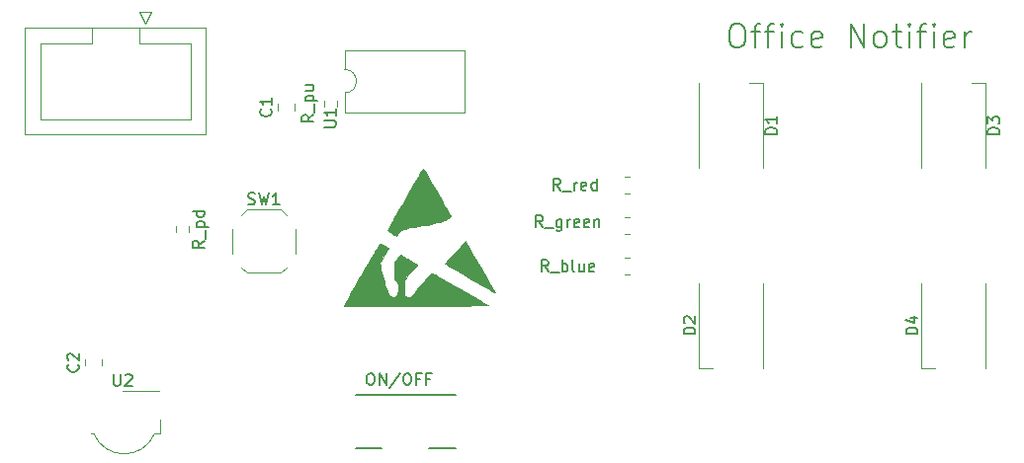
<source format=gbr>
%TF.GenerationSoftware,KiCad,Pcbnew,(5.1.7)-1*%
%TF.CreationDate,2020-11-19T15:51:39+01:00*%
%TF.ProjectId,Notifier,4e6f7469-6669-4657-922e-6b696361645f,rev?*%
%TF.SameCoordinates,Original*%
%TF.FileFunction,Legend,Top*%
%TF.FilePolarity,Positive*%
%FSLAX46Y46*%
G04 Gerber Fmt 4.6, Leading zero omitted, Abs format (unit mm)*
G04 Created by KiCad (PCBNEW (5.1.7)-1) date 2020-11-19 15:51:39*
%MOMM*%
%LPD*%
G01*
G04 APERTURE LIST*
%ADD10C,0.150000*%
%ADD11C,0.010000*%
%ADD12C,0.120000*%
G04 APERTURE END LIST*
D10*
X91155476Y-127809761D02*
X91536428Y-127809761D01*
X91726904Y-127905000D01*
X91917380Y-128095476D01*
X92012619Y-128476428D01*
X92012619Y-129143095D01*
X91917380Y-129524047D01*
X91726904Y-129714523D01*
X91536428Y-129809761D01*
X91155476Y-129809761D01*
X90965000Y-129714523D01*
X90774523Y-129524047D01*
X90679285Y-129143095D01*
X90679285Y-128476428D01*
X90774523Y-128095476D01*
X90965000Y-127905000D01*
X91155476Y-127809761D01*
X92584047Y-128476428D02*
X93345952Y-128476428D01*
X92869761Y-129809761D02*
X92869761Y-128095476D01*
X92965000Y-127905000D01*
X93155476Y-127809761D01*
X93345952Y-127809761D01*
X93726904Y-128476428D02*
X94488809Y-128476428D01*
X94012619Y-129809761D02*
X94012619Y-128095476D01*
X94107857Y-127905000D01*
X94298333Y-127809761D01*
X94488809Y-127809761D01*
X95155476Y-129809761D02*
X95155476Y-128476428D01*
X95155476Y-127809761D02*
X95060238Y-127905000D01*
X95155476Y-128000238D01*
X95250714Y-127905000D01*
X95155476Y-127809761D01*
X95155476Y-128000238D01*
X96965000Y-129714523D02*
X96774523Y-129809761D01*
X96393571Y-129809761D01*
X96203095Y-129714523D01*
X96107857Y-129619285D01*
X96012619Y-129428809D01*
X96012619Y-128857380D01*
X96107857Y-128666904D01*
X96203095Y-128571666D01*
X96393571Y-128476428D01*
X96774523Y-128476428D01*
X96965000Y-128571666D01*
X98584047Y-129714523D02*
X98393571Y-129809761D01*
X98012619Y-129809761D01*
X97822142Y-129714523D01*
X97726904Y-129524047D01*
X97726904Y-128762142D01*
X97822142Y-128571666D01*
X98012619Y-128476428D01*
X98393571Y-128476428D01*
X98584047Y-128571666D01*
X98679285Y-128762142D01*
X98679285Y-128952619D01*
X97726904Y-129143095D01*
X101060238Y-129809761D02*
X101060238Y-127809761D01*
X102203095Y-129809761D01*
X102203095Y-127809761D01*
X103441190Y-129809761D02*
X103250714Y-129714523D01*
X103155476Y-129619285D01*
X103060238Y-129428809D01*
X103060238Y-128857380D01*
X103155476Y-128666904D01*
X103250714Y-128571666D01*
X103441190Y-128476428D01*
X103726904Y-128476428D01*
X103917380Y-128571666D01*
X104012619Y-128666904D01*
X104107857Y-128857380D01*
X104107857Y-129428809D01*
X104012619Y-129619285D01*
X103917380Y-129714523D01*
X103726904Y-129809761D01*
X103441190Y-129809761D01*
X104679285Y-128476428D02*
X105441190Y-128476428D01*
X104965000Y-127809761D02*
X104965000Y-129524047D01*
X105060238Y-129714523D01*
X105250714Y-129809761D01*
X105441190Y-129809761D01*
X106107857Y-129809761D02*
X106107857Y-128476428D01*
X106107857Y-127809761D02*
X106012619Y-127905000D01*
X106107857Y-128000238D01*
X106203095Y-127905000D01*
X106107857Y-127809761D01*
X106107857Y-128000238D01*
X106774523Y-128476428D02*
X107536428Y-128476428D01*
X107060238Y-129809761D02*
X107060238Y-128095476D01*
X107155476Y-127905000D01*
X107345952Y-127809761D01*
X107536428Y-127809761D01*
X108203095Y-129809761D02*
X108203095Y-128476428D01*
X108203095Y-127809761D02*
X108107857Y-127905000D01*
X108203095Y-128000238D01*
X108298333Y-127905000D01*
X108203095Y-127809761D01*
X108203095Y-128000238D01*
X109917380Y-129714523D02*
X109726904Y-129809761D01*
X109345952Y-129809761D01*
X109155476Y-129714523D01*
X109060238Y-129524047D01*
X109060238Y-128762142D01*
X109155476Y-128571666D01*
X109345952Y-128476428D01*
X109726904Y-128476428D01*
X109917380Y-128571666D01*
X110012619Y-128762142D01*
X110012619Y-128952619D01*
X109060238Y-129143095D01*
X110869761Y-129809761D02*
X110869761Y-128476428D01*
X110869761Y-128857380D02*
X110964999Y-128666904D01*
X111060238Y-128571666D01*
X111250714Y-128476428D01*
X111441190Y-128476428D01*
D11*
%TO.C,FID1*%
G36*
X64463085Y-140221671D02*
G01*
X64509129Y-140296491D01*
X64580067Y-140415028D01*
X64672991Y-140572237D01*
X64784992Y-140763076D01*
X64913162Y-140982501D01*
X65054592Y-141225469D01*
X65206373Y-141486937D01*
X65365597Y-141761860D01*
X65529356Y-142045197D01*
X65694740Y-142331902D01*
X65858842Y-142616934D01*
X66018752Y-142895248D01*
X66171562Y-143161802D01*
X66314363Y-143411552D01*
X66444247Y-143639455D01*
X66558305Y-143840466D01*
X66653629Y-144009544D01*
X66727310Y-144141645D01*
X66776439Y-144231724D01*
X66798108Y-144274740D01*
X66798902Y-144277429D01*
X66772002Y-144313930D01*
X66697227Y-144369764D01*
X66583470Y-144439450D01*
X66439623Y-144517509D01*
X66289029Y-144591687D01*
X66084119Y-144681635D01*
X65868633Y-144762453D01*
X65635146Y-144835938D01*
X65376236Y-144903884D01*
X65084479Y-144968088D01*
X64752451Y-145030346D01*
X64372731Y-145092454D01*
X63979937Y-145150290D01*
X63638668Y-145201600D01*
X63352090Y-145252397D01*
X63113015Y-145305204D01*
X62914259Y-145362546D01*
X62748635Y-145426947D01*
X62608956Y-145500931D01*
X62488036Y-145587024D01*
X62378689Y-145687750D01*
X62343428Y-145725167D01*
X62267000Y-145812279D01*
X62210463Y-145883364D01*
X62184235Y-145925167D01*
X62183536Y-145928594D01*
X62174360Y-145949612D01*
X62142515Y-145949849D01*
X62081531Y-145926509D01*
X61984935Y-145876793D01*
X61846254Y-145797905D01*
X61749878Y-145741175D01*
X61606166Y-145652494D01*
X61494483Y-145576559D01*
X61422334Y-145518832D01*
X61397226Y-145484776D01*
X61397241Y-145484529D01*
X61412811Y-145452075D01*
X61456783Y-145370800D01*
X61526605Y-145245134D01*
X61619725Y-145079505D01*
X61733589Y-144878344D01*
X61865646Y-144646080D01*
X62013343Y-144387143D01*
X62174128Y-144105961D01*
X62345448Y-143806965D01*
X62524751Y-143494584D01*
X62709485Y-143173248D01*
X62897098Y-142847386D01*
X63085036Y-142521427D01*
X63270747Y-142199801D01*
X63451680Y-141886937D01*
X63625281Y-141587266D01*
X63788999Y-141305216D01*
X63940281Y-141045218D01*
X64076574Y-140811699D01*
X64195326Y-140609091D01*
X64293985Y-140441823D01*
X64369999Y-140314324D01*
X64420814Y-140231023D01*
X64443879Y-140196350D01*
X64444845Y-140195610D01*
X64463085Y-140221671D01*
G37*
X64463085Y-140221671D02*
X64509129Y-140296491D01*
X64580067Y-140415028D01*
X64672991Y-140572237D01*
X64784992Y-140763076D01*
X64913162Y-140982501D01*
X65054592Y-141225469D01*
X65206373Y-141486937D01*
X65365597Y-141761860D01*
X65529356Y-142045197D01*
X65694740Y-142331902D01*
X65858842Y-142616934D01*
X66018752Y-142895248D01*
X66171562Y-143161802D01*
X66314363Y-143411552D01*
X66444247Y-143639455D01*
X66558305Y-143840466D01*
X66653629Y-144009544D01*
X66727310Y-144141645D01*
X66776439Y-144231724D01*
X66798108Y-144274740D01*
X66798902Y-144277429D01*
X66772002Y-144313930D01*
X66697227Y-144369764D01*
X66583470Y-144439450D01*
X66439623Y-144517509D01*
X66289029Y-144591687D01*
X66084119Y-144681635D01*
X65868633Y-144762453D01*
X65635146Y-144835938D01*
X65376236Y-144903884D01*
X65084479Y-144968088D01*
X64752451Y-145030346D01*
X64372731Y-145092454D01*
X63979937Y-145150290D01*
X63638668Y-145201600D01*
X63352090Y-145252397D01*
X63113015Y-145305204D01*
X62914259Y-145362546D01*
X62748635Y-145426947D01*
X62608956Y-145500931D01*
X62488036Y-145587024D01*
X62378689Y-145687750D01*
X62343428Y-145725167D01*
X62267000Y-145812279D01*
X62210463Y-145883364D01*
X62184235Y-145925167D01*
X62183536Y-145928594D01*
X62174360Y-145949612D01*
X62142515Y-145949849D01*
X62081531Y-145926509D01*
X61984935Y-145876793D01*
X61846254Y-145797905D01*
X61749878Y-145741175D01*
X61606166Y-145652494D01*
X61494483Y-145576559D01*
X61422334Y-145518832D01*
X61397226Y-145484776D01*
X61397241Y-145484529D01*
X61412811Y-145452075D01*
X61456783Y-145370800D01*
X61526605Y-145245134D01*
X61619725Y-145079505D01*
X61733589Y-144878344D01*
X61865646Y-144646080D01*
X62013343Y-144387143D01*
X62174128Y-144105961D01*
X62345448Y-143806965D01*
X62524751Y-143494584D01*
X62709485Y-143173248D01*
X62897098Y-142847386D01*
X63085036Y-142521427D01*
X63270747Y-142199801D01*
X63451680Y-141886937D01*
X63625281Y-141587266D01*
X63788999Y-141305216D01*
X63940281Y-141045218D01*
X64076574Y-140811699D01*
X64195326Y-140609091D01*
X64293985Y-140441823D01*
X64369999Y-140314324D01*
X64420814Y-140231023D01*
X64443879Y-140196350D01*
X64444845Y-140195610D01*
X64463085Y-140221671D01*
G36*
X68110056Y-146519238D02*
G01*
X68132816Y-146557386D01*
X68183975Y-146644843D01*
X68261004Y-146777238D01*
X68361372Y-146950204D01*
X68482549Y-147159370D01*
X68622006Y-147400367D01*
X68777213Y-147668824D01*
X68945640Y-147960374D01*
X69124757Y-148270646D01*
X69308995Y-148590000D01*
X69497152Y-148916235D01*
X69677803Y-149229418D01*
X69848330Y-149525012D01*
X70006114Y-149798480D01*
X70148538Y-150045284D01*
X70272981Y-150260889D01*
X70376826Y-150440755D01*
X70457455Y-150580347D01*
X70512248Y-150675128D01*
X70538013Y-150719573D01*
X70580014Y-150794661D01*
X70602850Y-150841663D01*
X70604102Y-150849841D01*
X70576272Y-150834484D01*
X70498881Y-150790407D01*
X70375973Y-150719942D01*
X70211595Y-150625422D01*
X70009792Y-150509178D01*
X69774609Y-150373542D01*
X69510091Y-150220848D01*
X69220284Y-150053428D01*
X68909233Y-149873613D01*
X68580984Y-149683735D01*
X68456097Y-149611464D01*
X68121974Y-149418167D01*
X67803147Y-149233877D01*
X67503709Y-149060950D01*
X67227752Y-148901743D01*
X66979370Y-148758610D01*
X66762653Y-148633910D01*
X66581696Y-148529996D01*
X66440591Y-148449227D01*
X66343430Y-148393957D01*
X66294307Y-148366544D01*
X66289170Y-148363948D01*
X66304138Y-148340441D01*
X66356227Y-148277591D01*
X66440117Y-148181188D01*
X66550492Y-148057020D01*
X66682034Y-147910879D01*
X66829424Y-147748553D01*
X66987345Y-147575832D01*
X67150479Y-147398506D01*
X67313508Y-147222365D01*
X67471114Y-147053198D01*
X67617979Y-146896795D01*
X67748786Y-146758945D01*
X67858216Y-146645439D01*
X67940953Y-146562065D01*
X67969328Y-146534726D01*
X68063359Y-146446403D01*
X68110056Y-146519238D01*
G37*
X68110056Y-146519238D02*
X68132816Y-146557386D01*
X68183975Y-146644843D01*
X68261004Y-146777238D01*
X68361372Y-146950204D01*
X68482549Y-147159370D01*
X68622006Y-147400367D01*
X68777213Y-147668824D01*
X68945640Y-147960374D01*
X69124757Y-148270646D01*
X69308995Y-148590000D01*
X69497152Y-148916235D01*
X69677803Y-149229418D01*
X69848330Y-149525012D01*
X70006114Y-149798480D01*
X70148538Y-150045284D01*
X70272981Y-150260889D01*
X70376826Y-150440755D01*
X70457455Y-150580347D01*
X70512248Y-150675128D01*
X70538013Y-150719573D01*
X70580014Y-150794661D01*
X70602850Y-150841663D01*
X70604102Y-150849841D01*
X70576272Y-150834484D01*
X70498881Y-150790407D01*
X70375973Y-150719942D01*
X70211595Y-150625422D01*
X70009792Y-150509178D01*
X69774609Y-150373542D01*
X69510091Y-150220848D01*
X69220284Y-150053428D01*
X68909233Y-149873613D01*
X68580984Y-149683735D01*
X68456097Y-149611464D01*
X68121974Y-149418167D01*
X67803147Y-149233877D01*
X67503709Y-149060950D01*
X67227752Y-148901743D01*
X66979370Y-148758610D01*
X66762653Y-148633910D01*
X66581696Y-148529996D01*
X66440591Y-148449227D01*
X66343430Y-148393957D01*
X66294307Y-148366544D01*
X66289170Y-148363948D01*
X66304138Y-148340441D01*
X66356227Y-148277591D01*
X66440117Y-148181188D01*
X66550492Y-148057020D01*
X66682034Y-147910879D01*
X66829424Y-147748553D01*
X66987345Y-147575832D01*
X67150479Y-147398506D01*
X67313508Y-147222365D01*
X67471114Y-147053198D01*
X67617979Y-146896795D01*
X67748786Y-146758945D01*
X67858216Y-146645439D01*
X67940953Y-146562065D01*
X67969328Y-146534726D01*
X68063359Y-146446403D01*
X68110056Y-146519238D01*
G36*
X60779187Y-146632317D02*
G01*
X60844237Y-146657473D01*
X60943385Y-146707425D01*
X61085747Y-146785752D01*
X61096832Y-146791977D01*
X61227947Y-146866952D01*
X61338596Y-146932638D01*
X61417910Y-146982410D01*
X61455023Y-147009641D01*
X61456061Y-147010974D01*
X61447096Y-147048780D01*
X61405971Y-147133210D01*
X61335366Y-147259665D01*
X61237960Y-147423544D01*
X61116435Y-147620245D01*
X60973471Y-147845170D01*
X60937890Y-147900331D01*
X60845186Y-148053398D01*
X60777683Y-148185112D01*
X60741305Y-148283565D01*
X60737572Y-148303014D01*
X60739229Y-148388624D01*
X60757788Y-148524418D01*
X60790936Y-148701687D01*
X60836360Y-148911719D01*
X60891746Y-149145804D01*
X60954780Y-149395232D01*
X61023150Y-149651290D01*
X61094542Y-149905269D01*
X61166641Y-150148457D01*
X61237136Y-150372145D01*
X61303712Y-150567621D01*
X61364055Y-150726174D01*
X61406121Y-150820244D01*
X61455673Y-150920451D01*
X61502460Y-151016337D01*
X61504993Y-151021586D01*
X61582397Y-151118440D01*
X61695368Y-151183656D01*
X61826878Y-151214909D01*
X61959901Y-151209875D01*
X62077410Y-151166228D01*
X62143516Y-151108764D01*
X62238718Y-150951166D01*
X62308478Y-150754756D01*
X62346753Y-150539559D01*
X62352176Y-150417561D01*
X62330339Y-150189870D01*
X62266247Y-150001320D01*
X62156451Y-149842759D01*
X62122213Y-149807467D01*
X62020322Y-149708470D01*
X62006328Y-148308978D01*
X62184635Y-148039062D01*
X62268307Y-147916891D01*
X62348889Y-147806987D01*
X62414885Y-147724673D01*
X62443252Y-147694384D01*
X62523562Y-147619621D01*
X62632330Y-147678196D01*
X62701077Y-147720168D01*
X62738692Y-147752756D01*
X62741097Y-147758615D01*
X62766806Y-147783456D01*
X62810792Y-147801954D01*
X62853299Y-147818626D01*
X62918387Y-147850299D01*
X63011644Y-147900066D01*
X63138658Y-147971018D01*
X63305016Y-148066247D01*
X63516305Y-148188844D01*
X63631124Y-148255864D01*
X63766187Y-148336143D01*
X63854770Y-148393319D01*
X63904710Y-148434078D01*
X63923846Y-148465107D01*
X63920016Y-148493092D01*
X63916822Y-148499593D01*
X63885752Y-148540533D01*
X63819271Y-148617330D01*
X63725124Y-148721393D01*
X63611056Y-148844132D01*
X63512400Y-148948180D01*
X63285059Y-149195134D01*
X63107210Y-149409183D01*
X62977267Y-149592480D01*
X62893642Y-149747176D01*
X62865434Y-149825732D01*
X62853783Y-149894498D01*
X62841749Y-150011799D01*
X62830391Y-150164234D01*
X62820767Y-150338404D01*
X62816238Y-150448537D01*
X62809918Y-150638929D01*
X62807137Y-150778124D01*
X62808715Y-150876819D01*
X62815469Y-150945708D01*
X62828216Y-150995487D01*
X62847773Y-151036850D01*
X62863134Y-151062106D01*
X62951842Y-151159453D01*
X63066147Y-151227291D01*
X63186416Y-151256876D01*
X63276545Y-151246172D01*
X63358152Y-151199861D01*
X63460447Y-151116924D01*
X63569083Y-151011825D01*
X63669713Y-150899032D01*
X63747988Y-150793010D01*
X63776809Y-150741778D01*
X63819982Y-150671628D01*
X63898505Y-150564778D01*
X64005203Y-150429578D01*
X64132903Y-150274381D01*
X64274429Y-150107536D01*
X64422607Y-149937396D01*
X64570263Y-149772311D01*
X64710222Y-149620633D01*
X64835310Y-149490713D01*
X64933520Y-149395339D01*
X65042557Y-149300065D01*
X65134284Y-149229817D01*
X65198621Y-149191898D01*
X65219978Y-149187729D01*
X65252706Y-149204548D01*
X65334341Y-149249692D01*
X65460172Y-149320449D01*
X65625488Y-149414109D01*
X65825578Y-149527962D01*
X66055732Y-149659298D01*
X66311238Y-149805406D01*
X66587387Y-149963576D01*
X66879467Y-150131097D01*
X67182768Y-150305259D01*
X67492579Y-150483352D01*
X67804189Y-150662665D01*
X68112888Y-150840487D01*
X68413964Y-151014109D01*
X68702708Y-151180819D01*
X68974408Y-151337908D01*
X69224354Y-151482666D01*
X69447834Y-151612380D01*
X69640139Y-151724342D01*
X69796557Y-151815841D01*
X69912378Y-151884167D01*
X69982891Y-151926608D01*
X70003329Y-151939927D01*
X69975803Y-151942560D01*
X69889208Y-151945118D01*
X69746428Y-151947592D01*
X69550346Y-151949966D01*
X69303844Y-151952231D01*
X69009806Y-151954373D01*
X68671114Y-151956379D01*
X68290652Y-151958238D01*
X67871301Y-151959937D01*
X67415946Y-151961464D01*
X66927469Y-151962807D01*
X66408753Y-151963952D01*
X65862681Y-151964889D01*
X65292136Y-151965604D01*
X64700000Y-151966085D01*
X64089157Y-151966319D01*
X63832848Y-151966342D01*
X57632939Y-151966342D01*
X58075106Y-151199695D01*
X58168711Y-151037360D01*
X58289204Y-150828332D01*
X58432556Y-150579603D01*
X58594738Y-150298164D01*
X58771723Y-149991007D01*
X58959480Y-149665125D01*
X59153982Y-149327509D01*
X59351200Y-148985151D01*
X59547105Y-148645043D01*
X59596649Y-148559025D01*
X59777304Y-148245715D01*
X59949578Y-147947606D01*
X60110884Y-147669136D01*
X60258632Y-147414743D01*
X60390233Y-147188864D01*
X60503099Y-146995937D01*
X60594641Y-146840401D01*
X60662270Y-146726692D01*
X60703396Y-146659250D01*
X60714905Y-146642080D01*
X60739115Y-146628379D01*
X60779187Y-146632317D01*
G37*
X60779187Y-146632317D02*
X60844237Y-146657473D01*
X60943385Y-146707425D01*
X61085747Y-146785752D01*
X61096832Y-146791977D01*
X61227947Y-146866952D01*
X61338596Y-146932638D01*
X61417910Y-146982410D01*
X61455023Y-147009641D01*
X61456061Y-147010974D01*
X61447096Y-147048780D01*
X61405971Y-147133210D01*
X61335366Y-147259665D01*
X61237960Y-147423544D01*
X61116435Y-147620245D01*
X60973471Y-147845170D01*
X60937890Y-147900331D01*
X60845186Y-148053398D01*
X60777683Y-148185112D01*
X60741305Y-148283565D01*
X60737572Y-148303014D01*
X60739229Y-148388624D01*
X60757788Y-148524418D01*
X60790936Y-148701687D01*
X60836360Y-148911719D01*
X60891746Y-149145804D01*
X60954780Y-149395232D01*
X61023150Y-149651290D01*
X61094542Y-149905269D01*
X61166641Y-150148457D01*
X61237136Y-150372145D01*
X61303712Y-150567621D01*
X61364055Y-150726174D01*
X61406121Y-150820244D01*
X61455673Y-150920451D01*
X61502460Y-151016337D01*
X61504993Y-151021586D01*
X61582397Y-151118440D01*
X61695368Y-151183656D01*
X61826878Y-151214909D01*
X61959901Y-151209875D01*
X62077410Y-151166228D01*
X62143516Y-151108764D01*
X62238718Y-150951166D01*
X62308478Y-150754756D01*
X62346753Y-150539559D01*
X62352176Y-150417561D01*
X62330339Y-150189870D01*
X62266247Y-150001320D01*
X62156451Y-149842759D01*
X62122213Y-149807467D01*
X62020322Y-149708470D01*
X62006328Y-148308978D01*
X62184635Y-148039062D01*
X62268307Y-147916891D01*
X62348889Y-147806987D01*
X62414885Y-147724673D01*
X62443252Y-147694384D01*
X62523562Y-147619621D01*
X62632330Y-147678196D01*
X62701077Y-147720168D01*
X62738692Y-147752756D01*
X62741097Y-147758615D01*
X62766806Y-147783456D01*
X62810792Y-147801954D01*
X62853299Y-147818626D01*
X62918387Y-147850299D01*
X63011644Y-147900066D01*
X63138658Y-147971018D01*
X63305016Y-148066247D01*
X63516305Y-148188844D01*
X63631124Y-148255864D01*
X63766187Y-148336143D01*
X63854770Y-148393319D01*
X63904710Y-148434078D01*
X63923846Y-148465107D01*
X63920016Y-148493092D01*
X63916822Y-148499593D01*
X63885752Y-148540533D01*
X63819271Y-148617330D01*
X63725124Y-148721393D01*
X63611056Y-148844132D01*
X63512400Y-148948180D01*
X63285059Y-149195134D01*
X63107210Y-149409183D01*
X62977267Y-149592480D01*
X62893642Y-149747176D01*
X62865434Y-149825732D01*
X62853783Y-149894498D01*
X62841749Y-150011799D01*
X62830391Y-150164234D01*
X62820767Y-150338404D01*
X62816238Y-150448537D01*
X62809918Y-150638929D01*
X62807137Y-150778124D01*
X62808715Y-150876819D01*
X62815469Y-150945708D01*
X62828216Y-150995487D01*
X62847773Y-151036850D01*
X62863134Y-151062106D01*
X62951842Y-151159453D01*
X63066147Y-151227291D01*
X63186416Y-151256876D01*
X63276545Y-151246172D01*
X63358152Y-151199861D01*
X63460447Y-151116924D01*
X63569083Y-151011825D01*
X63669713Y-150899032D01*
X63747988Y-150793010D01*
X63776809Y-150741778D01*
X63819982Y-150671628D01*
X63898505Y-150564778D01*
X64005203Y-150429578D01*
X64132903Y-150274381D01*
X64274429Y-150107536D01*
X64422607Y-149937396D01*
X64570263Y-149772311D01*
X64710222Y-149620633D01*
X64835310Y-149490713D01*
X64933520Y-149395339D01*
X65042557Y-149300065D01*
X65134284Y-149229817D01*
X65198621Y-149191898D01*
X65219978Y-149187729D01*
X65252706Y-149204548D01*
X65334341Y-149249692D01*
X65460172Y-149320449D01*
X65625488Y-149414109D01*
X65825578Y-149527962D01*
X66055732Y-149659298D01*
X66311238Y-149805406D01*
X66587387Y-149963576D01*
X66879467Y-150131097D01*
X67182768Y-150305259D01*
X67492579Y-150483352D01*
X67804189Y-150662665D01*
X68112888Y-150840487D01*
X68413964Y-151014109D01*
X68702708Y-151180819D01*
X68974408Y-151337908D01*
X69224354Y-151482666D01*
X69447834Y-151612380D01*
X69640139Y-151724342D01*
X69796557Y-151815841D01*
X69912378Y-151884167D01*
X69982891Y-151926608D01*
X70003329Y-151939927D01*
X69975803Y-151942560D01*
X69889208Y-151945118D01*
X69746428Y-151947592D01*
X69550346Y-151949966D01*
X69303844Y-151952231D01*
X69009806Y-151954373D01*
X68671114Y-151956379D01*
X68290652Y-151958238D01*
X67871301Y-151959937D01*
X67415946Y-151961464D01*
X66927469Y-151962807D01*
X66408753Y-151963952D01*
X65862681Y-151964889D01*
X65292136Y-151965604D01*
X64700000Y-151966085D01*
X64089157Y-151966319D01*
X63832848Y-151966342D01*
X57632939Y-151966342D01*
X58075106Y-151199695D01*
X58168711Y-151037360D01*
X58289204Y-150828332D01*
X58432556Y-150579603D01*
X58594738Y-150298164D01*
X58771723Y-149991007D01*
X58959480Y-149665125D01*
X59153982Y-149327509D01*
X59351200Y-148985151D01*
X59547105Y-148645043D01*
X59596649Y-148559025D01*
X59777304Y-148245715D01*
X59949578Y-147947606D01*
X60110884Y-147669136D01*
X60258632Y-147414743D01*
X60390233Y-147188864D01*
X60503099Y-146995937D01*
X60594641Y-146840401D01*
X60662270Y-146726692D01*
X60703396Y-146659250D01*
X60714905Y-146642080D01*
X60739115Y-146628379D01*
X60779187Y-146632317D01*
D12*
%TO.C,C1*%
X53440000Y-135201252D02*
X53440000Y-134678748D01*
X51970000Y-135201252D02*
X51970000Y-134678748D01*
%TO.C,U2*%
X41895000Y-162955000D02*
X41895000Y-161755000D01*
X41895000Y-162955000D02*
X41435000Y-162955000D01*
X41815000Y-159295000D02*
X38735000Y-159295000D01*
X36235000Y-162955000D02*
X36015000Y-162955000D01*
X36235000Y-162955000D02*
G75*
G03*
X41435000Y-162955000I2600000J1100000D01*
G01*
D10*
%TO.C,ON/OFF*%
X58660000Y-159625000D02*
X67260000Y-159625000D01*
X58660000Y-164225000D02*
X60860000Y-164225000D01*
X64960000Y-164225000D02*
X67260000Y-164225000D01*
D12*
%TO.C,D1*%
X93555000Y-132875000D02*
X93555000Y-140175000D01*
X92405000Y-132875000D02*
X93555000Y-132875000D01*
X88055000Y-132875000D02*
X88055000Y-140175000D01*
%TO.C,D4*%
X107105000Y-157320000D02*
X107105000Y-150020000D01*
X108255000Y-157320000D02*
X107105000Y-157320000D01*
X112605000Y-157320000D02*
X112605000Y-150020000D01*
%TO.C,D2*%
X88055000Y-157320000D02*
X88055000Y-150020000D01*
X89205000Y-157320000D02*
X88055000Y-157320000D01*
X93555000Y-157320000D02*
X93555000Y-150020000D01*
%TO.C,D3*%
X112605000Y-132875000D02*
X112605000Y-140175000D01*
X111455000Y-132875000D02*
X112605000Y-132875000D01*
X107105000Y-132875000D02*
X107105000Y-140175000D01*
%TO.C,U1*%
X57725000Y-133715000D02*
X57725000Y-135365000D01*
X57725000Y-135365000D02*
X68005000Y-135365000D01*
X68005000Y-135365000D02*
X68005000Y-130065000D01*
X68005000Y-130065000D02*
X57725000Y-130065000D01*
X57725000Y-130065000D02*
X57725000Y-131715000D01*
X57725000Y-131715000D02*
G75*
G02*
X57725000Y-133715000I0J-1000000D01*
G01*
%TO.C,SW1*%
X48080000Y-147480000D02*
X48080000Y-145400000D01*
X52250000Y-143720000D02*
X52740000Y-144210000D01*
X53520000Y-147480000D02*
X53520000Y-145400000D01*
X49350000Y-143720000D02*
X48860000Y-144210000D01*
X49350000Y-143720000D02*
X52250000Y-143720000D01*
X49350000Y-149160000D02*
X48860000Y-148670000D01*
X49350000Y-149160000D02*
X52250000Y-149160000D01*
X52250000Y-149160000D02*
X52740000Y-148670000D01*
%TO.C,R_red*%
X82142064Y-142340000D02*
X81687936Y-142340000D01*
X82142064Y-140870000D02*
X81687936Y-140870000D01*
%TO.C,R_pu*%
X57037500Y-134382742D02*
X57037500Y-134857258D01*
X55992500Y-134382742D02*
X55992500Y-134857258D01*
%TO.C,R_pd*%
X44337500Y-145177742D02*
X44337500Y-145652258D01*
X43292500Y-145177742D02*
X43292500Y-145652258D01*
%TO.C,R_green*%
X82142064Y-145832500D02*
X81687936Y-145832500D01*
X82142064Y-144362500D02*
X81687936Y-144362500D01*
%TO.C,R_blue*%
X82142064Y-149325000D02*
X81687936Y-149325000D01*
X82142064Y-147855000D02*
X81687936Y-147855000D01*
%TO.C,J2*%
X40140000Y-126765000D02*
X40640000Y-127765000D01*
X41140000Y-126765000D02*
X40140000Y-126765000D01*
X40640000Y-127765000D02*
X41140000Y-126765000D01*
X36050000Y-129465000D02*
X36050000Y-128155000D01*
X36050000Y-129465000D02*
X36050000Y-129465000D01*
X31650000Y-129465000D02*
X36050000Y-129465000D01*
X31650000Y-135965000D02*
X31650000Y-129465000D01*
X44550000Y-135965000D02*
X31650000Y-135965000D01*
X44550000Y-129465000D02*
X44550000Y-135965000D01*
X40150000Y-129465000D02*
X44550000Y-129465000D01*
X40150000Y-128155000D02*
X40150000Y-129465000D01*
X30350000Y-128155000D02*
X45850000Y-128155000D01*
X30350000Y-137275000D02*
X30350000Y-128155000D01*
X45850000Y-137275000D02*
X30350000Y-137275000D01*
X45850000Y-128155000D02*
X45850000Y-137275000D01*
%TO.C,C2*%
X35460000Y-157106252D02*
X35460000Y-156583748D01*
X36930000Y-157106252D02*
X36930000Y-156583748D01*
%TO.C,C1*%
D10*
X51382142Y-135106666D02*
X51429761Y-135154285D01*
X51477380Y-135297142D01*
X51477380Y-135392380D01*
X51429761Y-135535238D01*
X51334523Y-135630476D01*
X51239285Y-135678095D01*
X51048809Y-135725714D01*
X50905952Y-135725714D01*
X50715476Y-135678095D01*
X50620238Y-135630476D01*
X50525000Y-135535238D01*
X50477380Y-135392380D01*
X50477380Y-135297142D01*
X50525000Y-135154285D01*
X50572619Y-135106666D01*
X51477380Y-134154285D02*
X51477380Y-134725714D01*
X51477380Y-134440000D02*
X50477380Y-134440000D01*
X50620238Y-134535238D01*
X50715476Y-134630476D01*
X50763095Y-134725714D01*
%TO.C,U2*%
X37933095Y-157857380D02*
X37933095Y-158666904D01*
X37980714Y-158762142D01*
X38028333Y-158809761D01*
X38123571Y-158857380D01*
X38314047Y-158857380D01*
X38409285Y-158809761D01*
X38456904Y-158762142D01*
X38504523Y-158666904D01*
X38504523Y-157857380D01*
X38933095Y-157952619D02*
X38980714Y-157905000D01*
X39075952Y-157857380D01*
X39314047Y-157857380D01*
X39409285Y-157905000D01*
X39456904Y-157952619D01*
X39504523Y-158047857D01*
X39504523Y-158143095D01*
X39456904Y-158285952D01*
X38885476Y-158857380D01*
X39504523Y-158857380D01*
%TO.C,ON/OFF*%
X59836190Y-157777380D02*
X60026666Y-157777380D01*
X60121904Y-157825000D01*
X60217142Y-157920238D01*
X60264761Y-158110714D01*
X60264761Y-158444047D01*
X60217142Y-158634523D01*
X60121904Y-158729761D01*
X60026666Y-158777380D01*
X59836190Y-158777380D01*
X59740952Y-158729761D01*
X59645714Y-158634523D01*
X59598095Y-158444047D01*
X59598095Y-158110714D01*
X59645714Y-157920238D01*
X59740952Y-157825000D01*
X59836190Y-157777380D01*
X60693333Y-158777380D02*
X60693333Y-157777380D01*
X61264761Y-158777380D01*
X61264761Y-157777380D01*
X62455238Y-157729761D02*
X61598095Y-159015476D01*
X62979047Y-157777380D02*
X63169523Y-157777380D01*
X63264761Y-157825000D01*
X63360000Y-157920238D01*
X63407619Y-158110714D01*
X63407619Y-158444047D01*
X63360000Y-158634523D01*
X63264761Y-158729761D01*
X63169523Y-158777380D01*
X62979047Y-158777380D01*
X62883809Y-158729761D01*
X62788571Y-158634523D01*
X62740952Y-158444047D01*
X62740952Y-158110714D01*
X62788571Y-157920238D01*
X62883809Y-157825000D01*
X62979047Y-157777380D01*
X64169523Y-158253571D02*
X63836190Y-158253571D01*
X63836190Y-158777380D02*
X63836190Y-157777380D01*
X64312380Y-157777380D01*
X65026666Y-158253571D02*
X64693333Y-158253571D01*
X64693333Y-158777380D02*
X64693333Y-157777380D01*
X65169523Y-157777380D01*
%TO.C,D1*%
X94757380Y-137263095D02*
X93757380Y-137263095D01*
X93757380Y-137025000D01*
X93805000Y-136882142D01*
X93900238Y-136786904D01*
X93995476Y-136739285D01*
X94185952Y-136691666D01*
X94328809Y-136691666D01*
X94519285Y-136739285D01*
X94614523Y-136786904D01*
X94709761Y-136882142D01*
X94757380Y-137025000D01*
X94757380Y-137263095D01*
X94757380Y-135739285D02*
X94757380Y-136310714D01*
X94757380Y-136025000D02*
X93757380Y-136025000D01*
X93900238Y-136120238D01*
X93995476Y-136215476D01*
X94043095Y-136310714D01*
%TO.C,D4*%
X106807380Y-154408095D02*
X105807380Y-154408095D01*
X105807380Y-154170000D01*
X105855000Y-154027142D01*
X105950238Y-153931904D01*
X106045476Y-153884285D01*
X106235952Y-153836666D01*
X106378809Y-153836666D01*
X106569285Y-153884285D01*
X106664523Y-153931904D01*
X106759761Y-154027142D01*
X106807380Y-154170000D01*
X106807380Y-154408095D01*
X106140714Y-152979523D02*
X106807380Y-152979523D01*
X105759761Y-153217619D02*
X106474047Y-153455714D01*
X106474047Y-152836666D01*
%TO.C,D2*%
X87757380Y-154408095D02*
X86757380Y-154408095D01*
X86757380Y-154170000D01*
X86805000Y-154027142D01*
X86900238Y-153931904D01*
X86995476Y-153884285D01*
X87185952Y-153836666D01*
X87328809Y-153836666D01*
X87519285Y-153884285D01*
X87614523Y-153931904D01*
X87709761Y-154027142D01*
X87757380Y-154170000D01*
X87757380Y-154408095D01*
X86852619Y-153455714D02*
X86805000Y-153408095D01*
X86757380Y-153312857D01*
X86757380Y-153074761D01*
X86805000Y-152979523D01*
X86852619Y-152931904D01*
X86947857Y-152884285D01*
X87043095Y-152884285D01*
X87185952Y-152931904D01*
X87757380Y-153503333D01*
X87757380Y-152884285D01*
%TO.C,D3*%
X113807380Y-137263095D02*
X112807380Y-137263095D01*
X112807380Y-137025000D01*
X112855000Y-136882142D01*
X112950238Y-136786904D01*
X113045476Y-136739285D01*
X113235952Y-136691666D01*
X113378809Y-136691666D01*
X113569285Y-136739285D01*
X113664523Y-136786904D01*
X113759761Y-136882142D01*
X113807380Y-137025000D01*
X113807380Y-137263095D01*
X112807380Y-136358333D02*
X112807380Y-135739285D01*
X113188333Y-136072619D01*
X113188333Y-135929761D01*
X113235952Y-135834523D01*
X113283571Y-135786904D01*
X113378809Y-135739285D01*
X113616904Y-135739285D01*
X113712142Y-135786904D01*
X113759761Y-135834523D01*
X113807380Y-135929761D01*
X113807380Y-136215476D01*
X113759761Y-136310714D01*
X113712142Y-136358333D01*
%TO.C,U1*%
X55967380Y-136651904D02*
X56776904Y-136651904D01*
X56872142Y-136604285D01*
X56919761Y-136556666D01*
X56967380Y-136461428D01*
X56967380Y-136270952D01*
X56919761Y-136175714D01*
X56872142Y-136128095D01*
X56776904Y-136080476D01*
X55967380Y-136080476D01*
X56967380Y-135080476D02*
X56967380Y-135651904D01*
X56967380Y-135366190D02*
X55967380Y-135366190D01*
X56110238Y-135461428D01*
X56205476Y-135556666D01*
X56253095Y-135651904D01*
%TO.C,SW1*%
X49466666Y-143244761D02*
X49609523Y-143292380D01*
X49847619Y-143292380D01*
X49942857Y-143244761D01*
X49990476Y-143197142D01*
X50038095Y-143101904D01*
X50038095Y-143006666D01*
X49990476Y-142911428D01*
X49942857Y-142863809D01*
X49847619Y-142816190D01*
X49657142Y-142768571D01*
X49561904Y-142720952D01*
X49514285Y-142673333D01*
X49466666Y-142578095D01*
X49466666Y-142482857D01*
X49514285Y-142387619D01*
X49561904Y-142340000D01*
X49657142Y-142292380D01*
X49895238Y-142292380D01*
X50038095Y-142340000D01*
X50371428Y-142292380D02*
X50609523Y-143292380D01*
X50800000Y-142578095D01*
X50990476Y-143292380D01*
X51228571Y-142292380D01*
X52133333Y-143292380D02*
X51561904Y-143292380D01*
X51847619Y-143292380D02*
X51847619Y-142292380D01*
X51752380Y-142435238D01*
X51657142Y-142530476D01*
X51561904Y-142578095D01*
%TO.C,R_red*%
X76208095Y-142057380D02*
X75874761Y-141581190D01*
X75636666Y-142057380D02*
X75636666Y-141057380D01*
X76017619Y-141057380D01*
X76112857Y-141105000D01*
X76160476Y-141152619D01*
X76208095Y-141247857D01*
X76208095Y-141390714D01*
X76160476Y-141485952D01*
X76112857Y-141533571D01*
X76017619Y-141581190D01*
X75636666Y-141581190D01*
X76398571Y-142152619D02*
X77160476Y-142152619D01*
X77398571Y-142057380D02*
X77398571Y-141390714D01*
X77398571Y-141581190D02*
X77446190Y-141485952D01*
X77493809Y-141438333D01*
X77589047Y-141390714D01*
X77684285Y-141390714D01*
X78398571Y-142009761D02*
X78303333Y-142057380D01*
X78112857Y-142057380D01*
X78017619Y-142009761D01*
X77970000Y-141914523D01*
X77970000Y-141533571D01*
X78017619Y-141438333D01*
X78112857Y-141390714D01*
X78303333Y-141390714D01*
X78398571Y-141438333D01*
X78446190Y-141533571D01*
X78446190Y-141628809D01*
X77970000Y-141724047D01*
X79303333Y-142057380D02*
X79303333Y-141057380D01*
X79303333Y-142009761D02*
X79208095Y-142057380D01*
X79017619Y-142057380D01*
X78922380Y-142009761D01*
X78874761Y-141962142D01*
X78827142Y-141866904D01*
X78827142Y-141581190D01*
X78874761Y-141485952D01*
X78922380Y-141438333D01*
X79017619Y-141390714D01*
X79208095Y-141390714D01*
X79303333Y-141438333D01*
%TO.C,R_pu*%
X55062380Y-135596190D02*
X54586190Y-135929523D01*
X55062380Y-136167619D02*
X54062380Y-136167619D01*
X54062380Y-135786666D01*
X54110000Y-135691428D01*
X54157619Y-135643809D01*
X54252857Y-135596190D01*
X54395714Y-135596190D01*
X54490952Y-135643809D01*
X54538571Y-135691428D01*
X54586190Y-135786666D01*
X54586190Y-136167619D01*
X55157619Y-135405714D02*
X55157619Y-134643809D01*
X54395714Y-134405714D02*
X55395714Y-134405714D01*
X54443333Y-134405714D02*
X54395714Y-134310476D01*
X54395714Y-134120000D01*
X54443333Y-134024761D01*
X54490952Y-133977142D01*
X54586190Y-133929523D01*
X54871904Y-133929523D01*
X54967142Y-133977142D01*
X55014761Y-134024761D01*
X55062380Y-134120000D01*
X55062380Y-134310476D01*
X55014761Y-134405714D01*
X54395714Y-133072380D02*
X55062380Y-133072380D01*
X54395714Y-133500952D02*
X54919523Y-133500952D01*
X55014761Y-133453333D01*
X55062380Y-133358095D01*
X55062380Y-133215238D01*
X55014761Y-133120000D01*
X54967142Y-133072380D01*
%TO.C,R_pd*%
X45697380Y-146391190D02*
X45221190Y-146724523D01*
X45697380Y-146962619D02*
X44697380Y-146962619D01*
X44697380Y-146581666D01*
X44745000Y-146486428D01*
X44792619Y-146438809D01*
X44887857Y-146391190D01*
X45030714Y-146391190D01*
X45125952Y-146438809D01*
X45173571Y-146486428D01*
X45221190Y-146581666D01*
X45221190Y-146962619D01*
X45792619Y-146200714D02*
X45792619Y-145438809D01*
X45030714Y-145200714D02*
X46030714Y-145200714D01*
X45078333Y-145200714D02*
X45030714Y-145105476D01*
X45030714Y-144915000D01*
X45078333Y-144819761D01*
X45125952Y-144772142D01*
X45221190Y-144724523D01*
X45506904Y-144724523D01*
X45602142Y-144772142D01*
X45649761Y-144819761D01*
X45697380Y-144915000D01*
X45697380Y-145105476D01*
X45649761Y-145200714D01*
X45697380Y-143867380D02*
X44697380Y-143867380D01*
X45649761Y-143867380D02*
X45697380Y-143962619D01*
X45697380Y-144153095D01*
X45649761Y-144248333D01*
X45602142Y-144295952D01*
X45506904Y-144343571D01*
X45221190Y-144343571D01*
X45125952Y-144295952D01*
X45078333Y-144248333D01*
X45030714Y-144153095D01*
X45030714Y-143962619D01*
X45078333Y-143867380D01*
%TO.C,R_green*%
X74692142Y-145232380D02*
X74358809Y-144756190D01*
X74120714Y-145232380D02*
X74120714Y-144232380D01*
X74501666Y-144232380D01*
X74596904Y-144280000D01*
X74644523Y-144327619D01*
X74692142Y-144422857D01*
X74692142Y-144565714D01*
X74644523Y-144660952D01*
X74596904Y-144708571D01*
X74501666Y-144756190D01*
X74120714Y-144756190D01*
X74882619Y-145327619D02*
X75644523Y-145327619D01*
X76311190Y-144565714D02*
X76311190Y-145375238D01*
X76263571Y-145470476D01*
X76215952Y-145518095D01*
X76120714Y-145565714D01*
X75977857Y-145565714D01*
X75882619Y-145518095D01*
X76311190Y-145184761D02*
X76215952Y-145232380D01*
X76025476Y-145232380D01*
X75930238Y-145184761D01*
X75882619Y-145137142D01*
X75835000Y-145041904D01*
X75835000Y-144756190D01*
X75882619Y-144660952D01*
X75930238Y-144613333D01*
X76025476Y-144565714D01*
X76215952Y-144565714D01*
X76311190Y-144613333D01*
X76787380Y-145232380D02*
X76787380Y-144565714D01*
X76787380Y-144756190D02*
X76835000Y-144660952D01*
X76882619Y-144613333D01*
X76977857Y-144565714D01*
X77073095Y-144565714D01*
X77787380Y-145184761D02*
X77692142Y-145232380D01*
X77501666Y-145232380D01*
X77406428Y-145184761D01*
X77358809Y-145089523D01*
X77358809Y-144708571D01*
X77406428Y-144613333D01*
X77501666Y-144565714D01*
X77692142Y-144565714D01*
X77787380Y-144613333D01*
X77835000Y-144708571D01*
X77835000Y-144803809D01*
X77358809Y-144899047D01*
X78644523Y-145184761D02*
X78549285Y-145232380D01*
X78358809Y-145232380D01*
X78263571Y-145184761D01*
X78215952Y-145089523D01*
X78215952Y-144708571D01*
X78263571Y-144613333D01*
X78358809Y-144565714D01*
X78549285Y-144565714D01*
X78644523Y-144613333D01*
X78692142Y-144708571D01*
X78692142Y-144803809D01*
X78215952Y-144899047D01*
X79120714Y-144565714D02*
X79120714Y-145232380D01*
X79120714Y-144660952D02*
X79168333Y-144613333D01*
X79263571Y-144565714D01*
X79406428Y-144565714D01*
X79501666Y-144613333D01*
X79549285Y-144708571D01*
X79549285Y-145232380D01*
%TO.C,R_blue*%
X75168333Y-149042380D02*
X74835000Y-148566190D01*
X74596904Y-149042380D02*
X74596904Y-148042380D01*
X74977857Y-148042380D01*
X75073095Y-148090000D01*
X75120714Y-148137619D01*
X75168333Y-148232857D01*
X75168333Y-148375714D01*
X75120714Y-148470952D01*
X75073095Y-148518571D01*
X74977857Y-148566190D01*
X74596904Y-148566190D01*
X75358809Y-149137619D02*
X76120714Y-149137619D01*
X76358809Y-149042380D02*
X76358809Y-148042380D01*
X76358809Y-148423333D02*
X76454047Y-148375714D01*
X76644523Y-148375714D01*
X76739761Y-148423333D01*
X76787380Y-148470952D01*
X76835000Y-148566190D01*
X76835000Y-148851904D01*
X76787380Y-148947142D01*
X76739761Y-148994761D01*
X76644523Y-149042380D01*
X76454047Y-149042380D01*
X76358809Y-148994761D01*
X77406428Y-149042380D02*
X77311190Y-148994761D01*
X77263571Y-148899523D01*
X77263571Y-148042380D01*
X78215952Y-148375714D02*
X78215952Y-149042380D01*
X77787380Y-148375714D02*
X77787380Y-148899523D01*
X77835000Y-148994761D01*
X77930238Y-149042380D01*
X78073095Y-149042380D01*
X78168333Y-148994761D01*
X78215952Y-148947142D01*
X79073095Y-148994761D02*
X78977857Y-149042380D01*
X78787380Y-149042380D01*
X78692142Y-148994761D01*
X78644523Y-148899523D01*
X78644523Y-148518571D01*
X78692142Y-148423333D01*
X78787380Y-148375714D01*
X78977857Y-148375714D01*
X79073095Y-148423333D01*
X79120714Y-148518571D01*
X79120714Y-148613809D01*
X78644523Y-148709047D01*
%TO.C,C2*%
X34872142Y-157011666D02*
X34919761Y-157059285D01*
X34967380Y-157202142D01*
X34967380Y-157297380D01*
X34919761Y-157440238D01*
X34824523Y-157535476D01*
X34729285Y-157583095D01*
X34538809Y-157630714D01*
X34395952Y-157630714D01*
X34205476Y-157583095D01*
X34110238Y-157535476D01*
X34015000Y-157440238D01*
X33967380Y-157297380D01*
X33967380Y-157202142D01*
X34015000Y-157059285D01*
X34062619Y-157011666D01*
X34062619Y-156630714D02*
X34015000Y-156583095D01*
X33967380Y-156487857D01*
X33967380Y-156249761D01*
X34015000Y-156154523D01*
X34062619Y-156106904D01*
X34157857Y-156059285D01*
X34253095Y-156059285D01*
X34395952Y-156106904D01*
X34967380Y-156678333D01*
X34967380Y-156059285D01*
%TD*%
M02*

</source>
